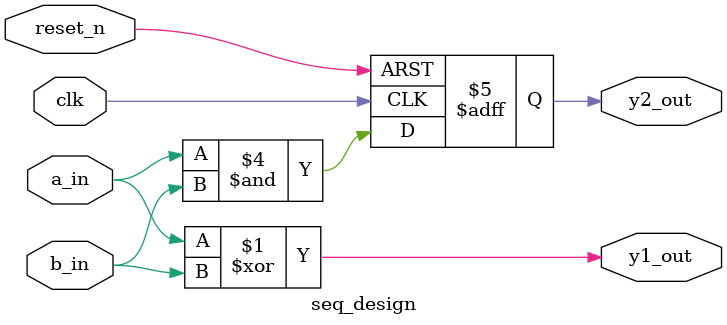
<source format=sv>
`timescale 1ns / 1ps


module seq_design(
    output logic y1_out,
    output logic y2_out,

    input wire a_in,
    input wire b_in,
    input wire reset_n,
    input wire clk
    );

    // infers a combinational element
    assign y1_out= a_in ^ b_in;

    // infers a sequential element
    always_ff @( posedge clk or negedge reset_n ) begin : seq
        if(~reset_n) y2_out<= '0;
        else y2_out<= a_in & b_in;
    end
endmodule

</source>
